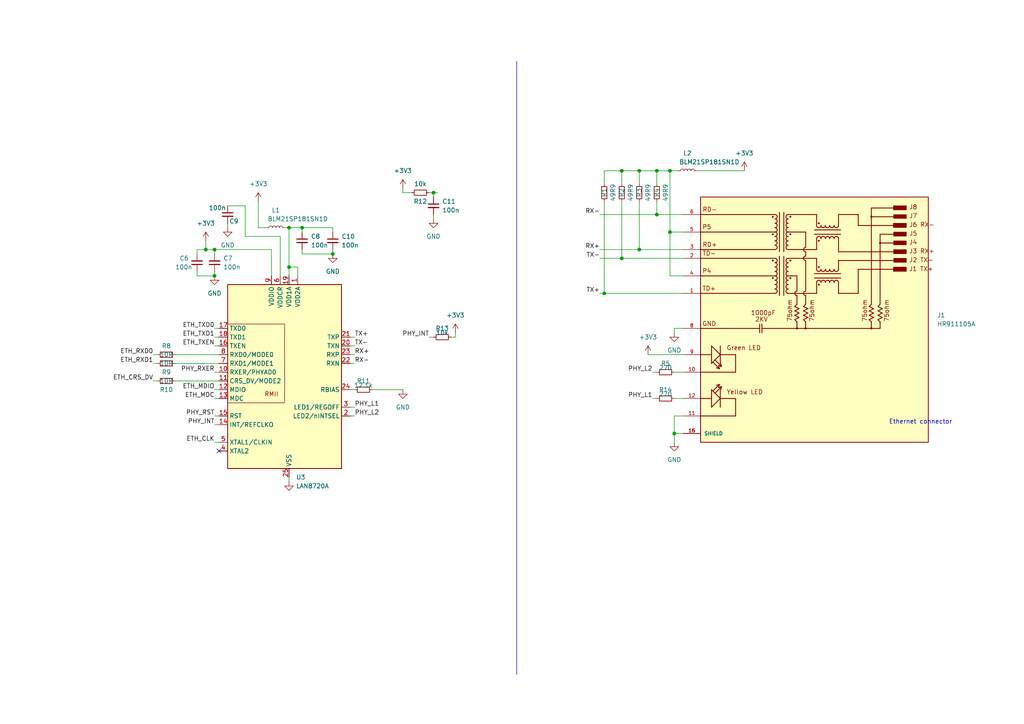
<source format=kicad_sch>
(kicad_sch (version 20250114) (generator "eeschema") (generator_version "9.0")
  (paper "A4")
  (title_block (comment 1 "http://www.vscp.org"))
  (lib_symbols
    (symbol "+3.3V_10" (power) (pin_names (offset 0))
      (property "Value" "+3.3V_10" (at 0 3.556 0))
      (symbol "+3.3V_10_0_1"
        (polyline (pts (xy -0.762 1.27) (xy 0 2.54)))
        (polyline (pts (xy 0 2.54) (xy 0.762 1.27)))
        (polyline (pts (xy 0 0) (xy 0 2.54)))
      )
      (symbol "+3.3V_10_1_1"
        (pin power_in line (at 0 0 90) (length 0) (hide yes) (name "+3V3") (number "1"))
      )
    )
    (symbol "+3.3V_2" (power) (pin_names (offset 0))
      (property "Value" "+3.3V_2" (at 0 3.556 0))
      (symbol "+3.3V_2_0_1"
        (polyline (pts (xy -0.762 1.27) (xy 0 2.54)))
        (polyline (pts (xy 0 2.54) (xy 0.762 1.27)))
        (polyline (pts (xy 0 0) (xy 0 2.54)))
      )
      (symbol "+3.3V_2_1_1"
        (pin power_in line (at 0 0 90) (length 0) (hide yes) (name "+3V3") (number "1"))
      )
    )
    (symbol "+3.3V_5" (power) (pin_names (offset 0))
      (property "Value" "+3.3V_5" (at 0 3.556 0))
      (symbol "+3.3V_5_0_1"
        (polyline (pts (xy -0.762 1.27) (xy 0 2.54)))
        (polyline (pts (xy 0 2.54) (xy 0.762 1.27)))
        (polyline (pts (xy 0 0) (xy 0 2.54)))
      )
      (symbol "+3.3V_5_1_1"
        (pin power_in line (at 0 0 90) (length 0) (hide yes) (name "+3V3") (number "1"))
      )
    )
    (symbol "+3.3V_7" (power) (pin_names (offset 0))
      (property "Value" "+3.3V_7" (at 0 3.556 0))
      (symbol "+3.3V_7_0_1"
        (polyline (pts (xy -0.762 1.27) (xy 0 2.54)))
        (polyline (pts (xy 0 2.54) (xy 0.762 1.27)))
        (polyline (pts (xy 0 0) (xy 0 2.54)))
      )
      (symbol "+3.3V_7_1_1"
        (pin power_in line (at 0 0 90) (length 0) (hide yes) (name "+3V3") (number "1"))
      )
    )
    (symbol "+3.3V_8" (power) (pin_names (offset 0))
      (property "Value" "+3.3V_8" (at 0 3.556 0))
      (symbol "+3.3V_8_0_1"
        (polyline (pts (xy -0.762 1.27) (xy 0 2.54)))
        (polyline (pts (xy 0 2.54) (xy 0.762 1.27)))
        (polyline (pts (xy 0 0) (xy 0 2.54)))
      )
      (symbol "+3.3V_8_1_1"
        (pin power_in line (at 0 0 90) (length 0) (hide yes) (name "+3V3") (number "1"))
      )
    )
    (symbol "+3.3V_9" (power) (pin_names (offset 0))
      (property "Value" "+3.3V_9" (at 0 3.556 0))
      (symbol "+3.3V_9_0_1"
        (polyline (pts (xy -0.762 1.27) (xy 0 2.54)))
        (polyline (pts (xy 0 2.54) (xy 0.762 1.27)))
        (polyline (pts (xy 0 0) (xy 0 2.54)))
      )
      (symbol "+3.3V_9_1_1"
        (pin power_in line (at 0 0 90) (length 0) (hide yes) (name "+3V3") (number "1"))
      )
    )
    (symbol "Device:C_Small" (pin_numbers (hide yes)) (pin_names (offset 0.254) (hide yes))
      (property "Reference" "C" (at 0.254 1.778 0))
      (property "Value" "C_Small" (at 0.254 -2.032 0))
      (symbol "C_Small_0_1"
        (polyline (pts (xy -1.524 0.508) (xy 1.524 0.508)) (stroke (width 0.3048)))
        (polyline (pts (xy -1.524 -0.508) (xy 1.524 -0.508)) (stroke (width 0.3302)))
      )
      (symbol "C_Small_1_1"
        (pin passive line (at 0 2.54 270) (length 2.032) (name "~") (number "1"))
        (pin passive line (at 0 -2.54 90) (length 2.032) (name "~") (number "2"))
      )
    )
    (symbol "Device:L_Small" (pin_numbers (hide yes)) (pin_names (offset 0.254) (hide yes))
      (property "Reference" "L" (at 0.762 1.016 0))
      (property "Value" "L_Small" (at 0.762 -1.016 0))
      (symbol "L_Small_0_1"
        (arc (start 0 2.032) (mid 0.5058 1.524) (end 0 1.016))
        (arc (start 0 1.016) (mid 0.5058 0.508) (end 0 0))
        (arc (start 0 0) (mid 0.5058 -0.508) (end 0 -1.016))
        (arc (start 0 -1.016) (mid 0.5058 -1.524) (end 0 -2.032))
      )
      (symbol "L_Small_1_1"
        (pin passive line (at 0 2.54 270) (length 0.508) (name "~") (number "1"))
        (pin passive line (at 0 -2.54 90) (length 0.508) (name "~") (number "2"))
      )
    )
    (symbol "Device:R_Small" (pin_numbers (hide yes)) (pin_names (offset 0.254) (hide yes))
      (property "Reference" "R" (at 0.762 0.508 0))
      (property "Value" "R_Small" (at 0.762 -1.016 0))
      (symbol "R_Small_0_1"
        (rectangle (start -0.762 1.778) (end 0.762 -1.778) (stroke (width 0.2032)))
      )
      (symbol "R_Small_1_1"
        (pin passive line (at 0 2.54 270) (length 0.762) (name "~") (number "1"))
        (pin passive line (at 0 -2.54 90) (length 0.762) (name "~") (number "2"))
      )
    )
    (symbol "GND_1" (power) (pin_names (offset 0))
      (property "Value" "GND_1" (at 0 -3.81 0))
      (symbol "GND_1_0_1"
        (polyline (pts (xy 0 0) (xy 0 -1.27) (xy 1.27 -1.27) (xy 0 -2.54) (xy -1.27 -1.27) (xy 0 -1.27)))
      )
      (symbol "GND_1_1_1"
        (pin power_in line (at 0 0 270) (length 0) (hide yes) (name "GND") (number "1"))
      )
    )
    (symbol "GND_11" (power) (pin_names (offset 0))
      (property "Value" "GND_11" (at 0 -3.81 0))
      (symbol "GND_11_0_1"
        (polyline (pts (xy 0 0) (xy 0 -1.27) (xy 1.27 -1.27) (xy 0 -2.54) (xy -1.27 -1.27) (xy 0 -1.27)))
      )
      (symbol "GND_11_1_1"
        (pin power_in line (at 0 0 270) (length 0) (hide yes) (name "GND") (number "1"))
      )
    )
    (symbol "GND_13" (power) (pin_names (offset 0))
      (property "Value" "GND_13" (at 0 -3.81 0))
      (symbol "GND_13_0_1"
        (polyline (pts (xy 0 0) (xy 0 -1.27) (xy 1.27 -1.27) (xy 0 -2.54) (xy -1.27 -1.27) (xy 0 -1.27)))
      )
      (symbol "GND_13_1_1"
        (pin power_in line (at 0 0 270) (length 0) (hide yes) (name "GND") (number "1"))
      )
    )
    (symbol "GND_15" (power) (pin_names (offset 0))
      (property "Value" "GND_15" (at 0 -3.81 0))
      (symbol "GND_15_0_1"
        (polyline (pts (xy 0 0) (xy 0 -1.27) (xy 1.27 -1.27) (xy 0 -2.54) (xy -1.27 -1.27) (xy 0 -1.27)))
      )
      (symbol "GND_15_1_1"
        (pin power_in line (at 0 0 270) (length 0) (hide yes) (name "GND") (number "1"))
      )
    )
    (symbol "GND_16" (power) (pin_names (offset 0))
      (property "Value" "GND_16" (at 0 -3.81 0))
      (symbol "GND_16_0_1"
        (polyline (pts (xy 0 0) (xy 0 -1.27) (xy 1.27 -1.27) (xy 0 -2.54) (xy -1.27 -1.27) (xy 0 -1.27)))
      )
      (symbol "GND_16_1_1"
        (pin power_in line (at 0 0 270) (length 0) (hide yes) (name "GND") (number "1"))
      )
    )
    (symbol "GND_4" (power) (pin_names (offset 0))
      (property "Value" "GND_4" (at 0 -3.81 0))
      (symbol "GND_4_0_1"
        (polyline (pts (xy 0 0) (xy 0 -1.27) (xy 1.27 -1.27) (xy 0 -2.54) (xy -1.27 -1.27) (xy 0 -1.27)))
      )
      (symbol "GND_4_1_1"
        (pin power_in line (at 0 0 270) (length 0) (hide yes) (name "GND") (number "1"))
      )
    )
    (symbol "GND_6" (power) (pin_names (offset 0))
      (property "Value" "GND_6" (at 0 -3.81 0))
      (symbol "GND_6_0_1"
        (polyline (pts (xy 0 0) (xy 0 -1.27) (xy 1.27 -1.27) (xy 0 -2.54) (xy -1.27 -1.27) (xy 0 -1.27)))
      )
      (symbol "GND_6_1_1"
        (pin power_in line (at 0 0 270) (length 0) (hide yes) (name "GND") (number "1"))
      )
    )
    (symbol "HR911105A:HR911105A" (pin_names (offset 1.016))
      (property "Reference" "J" (at -33.1724 36.2458 0))
      (property "Value" "HR911105A" (at -33.1216 -38.227 0))
      (symbol "HR911105A_0_0"
        (polyline (pts (xy -33.02 20.32) (xy -11.43 20.32)) (stroke (width 0.254)))
        (polyline (pts (xy -33.02 12.7) (xy -11.43 12.7)) (stroke (width 0.254)))
        (polyline (pts (xy -33.02 -15.24) (xy -22.86 -15.24)) (stroke (width 0.254)))
        (polyline (pts (xy -33.02 -27.94) (xy -22.86 -27.94)) (stroke (width 0.254)))
        (rectangle (start -33.02 -35.56) (end 33.02 35.56) (stroke (width 0.254)) (fill (type background)))
        (polyline (pts (xy -29.845 -7.62) (xy -27.305 -10.16)) (stroke (width 0.254)))
        (polyline (pts (xy -29.845 -10.16) (xy -33.02 -10.16)) (stroke (width 0.254)))
        (polyline (pts (xy -29.845 -10.16) (xy -29.845 -7.62)) (stroke (width 0.254)))
        (polyline (pts (xy -29.845 -12.7) (xy -29.845 -10.16)) (stroke (width 0.254)))
        (polyline (pts (xy -29.845 -20.32) (xy -29.845 -22.86)) (stroke (width 0.254)))
        (polyline (pts (xy -29.845 -22.86) (xy -33.02 -22.86)) (stroke (width 0.254)))
        (polyline (pts (xy -29.845 -22.86) (xy -29.845 -25.4)) (stroke (width 0.254)))
        (polyline (pts (xy -29.845 -25.4) (xy -27.305 -22.86)) (stroke (width 0.254)))
        (polyline (pts (xy -29.464 -12.319) (xy -29.845 -12.7)) (stroke (width 0.254)))
        (polyline (pts (xy -29.464 -12.319) (xy -27.559 -14.224)) (stroke (width 0.254)))
        (polyline (pts (xy -29.464 -20.701) (xy -29.845 -20.32)) (stroke (width 0.254)))
        (polyline (pts (xy -29.464 -20.701) (xy -27.559 -18.796)) (stroke (width 0.254)))
        (polyline (pts (xy -28.829 -11.684) (xy -29.464 -12.319)) (stroke (width 0.254)))
        (polyline (pts (xy -28.829 -11.684) (xy -26.924 -13.589)) (stroke (width 0.254)))
        (polyline (pts (xy -28.829 -21.336) (xy -29.464 -20.701)) (stroke (width 0.254)))
        (polyline (pts (xy -28.829 -21.336) (xy -26.924 -19.431)) (stroke (width 0.254)))
        (polyline (pts (xy -27.559 -14.224) (xy -28.448 -13.97)) (stroke (width 0.254)))
        (polyline (pts (xy -27.559 -14.224) (xy -27.813 -13.335)) (stroke (width 0.254)))
        (polyline (pts (xy -27.559 -18.796) (xy -28.448 -19.05)) (stroke (width 0.254)))
        (polyline (pts (xy -27.559 -18.796) (xy -27.813 -19.685)) (stroke (width 0.254)))
        (polyline (pts (xy -27.305 -10.16) (xy -28.829 -11.684)) (stroke (width 0.254)))
        (polyline (pts (xy -27.305 -10.16) (xy -27.305 -7.62)) (stroke (width 0.254)))
        (polyline (pts (xy -27.305 -10.16) (xy -22.86 -10.16)) (stroke (width 0.254)))
        (polyline (pts (xy -27.305 -12.7) (xy -27.305 -10.16)) (stroke (width 0.254)))
        (polyline (pts (xy -27.305 -20.32) (xy -27.305 -22.86)) (stroke (width 0.254)))
        (polyline (pts (xy -27.305 -22.86) (xy -28.829 -21.336)) (stroke (width 0.254)))
        (polyline (pts (xy -27.305 -22.86) (xy -27.305 -25.4)) (stroke (width 0.254)))
        (polyline (pts (xy -27.305 -22.86) (xy -22.86 -22.86)) (stroke (width 0.254)))
        (polyline (pts (xy -26.924 -13.589) (xy -27.813 -13.335)) (stroke (width 0.254)))
        (polyline (pts (xy -26.924 -13.589) (xy -27.178 -12.7)) (stroke (width 0.254)))
        (polyline (pts (xy -26.924 -19.431) (xy -27.813 -19.685)) (stroke (width 0.254)))
        (polyline (pts (xy -26.924 -19.431) (xy -27.178 -20.32)) (stroke (width 0.254)))
        (polyline (pts (xy -22.86 -15.24) (xy -22.86 -10.16)) (stroke (width 0.254)))
        (polyline (pts (xy -22.86 -27.94) (xy -22.86 -22.86)) (stroke (width 0.254)))
        (polyline (pts (xy -15.875 -1.27) (xy -15.875 -2.54)) (stroke (width 0.254)))
        (polyline (pts (xy -15.875 -2.54) (xy -33.02 -2.54)) (stroke (width 0.254)))
        (polyline (pts (xy -15.875 -2.54) (xy -15.875 -3.81)) (stroke (width 0.254)))
        (polyline (pts (xy -15.24 -2.54) (xy -15.24 -1.27)) (stroke (width 0.254)))
        (polyline (pts (xy -15.24 -2.54) (xy -15.24 -3.81)) (stroke (width 0.254)))
        (circle (center -12.065 29.845) (radius 0.1524) (stroke (width 0.254)))
        (circle (center -12.065 24.765) (radius 0.1524) (stroke (width 0.254)))
        (circle (center -12.065 17.145) (radius 0.1524) (stroke (width 0.254)))
        (circle (center -12.065 12.065) (radius 0.1524) (stroke (width 0.254)))
        (arc (start -10.795 22.225) (mid -11.0269 21.8219) (end -11.43 21.59) (stroke (width 0.254)))
        (arc (start -10.795 9.525) (mid -11.0269 9.1219) (end -11.43 8.89) (stroke (width 0.254)))
        (polyline (pts (xy -11.43 30.48) (xy -33.02 30.48)) (stroke (width 0.254)))
        (arc (start -11.43 30.48) (mid -10.981 30.294) (end -10.795 29.845) (stroke (width 0.254)))
        (arc (start -10.795 29.845) (mid -10.981 29.396) (end -11.43 29.21) (stroke (width 0.254)))
        (arc (start -11.43 29.21) (mid -10.981 29.024) (end -10.795 28.575) (stroke (width 0.254)))
        (arc (start -10.795 28.575) (mid -10.981 28.126) (end -11.43 27.94) (stroke (width 0.254)))
        (arc (start -11.43 27.94) (mid -10.981 27.754) (end -10.795 27.305) (stroke (width 0.254)))
        (arc (start -10.795 27.305) (mid -10.981 26.856) (end -11.43 26.67) (stroke (width 0.254)))
        (arc (start -11.43 26.67) (mid -10.981 26.484) (end -10.795 26.035) (stroke (width 0.254)))
        (arc (start -10.795 26.035) (mid -10.981 25.586) (end -11.43 25.4) (stroke (width 0.254)))
        (polyline (pts (xy -11.43 25.4) (xy -33.02 25.4)) (stroke (width 0.254)))
        (arc (start -11.43 25.4) (mid -10.981 25.214) (end -10.795 24.765) (stroke (width 0.254)))
        (arc (start -10.795 24.765) (mid -10.981 24.316) (end -11.43 24.13) (stroke (width 0.254)))
        (arc (start -11.43 24.13) (mid -10.981 23.944) (end -10.795 23.495) (stroke (width 0.254)))
        (arc (start -10.795 23.495) (mid -10.981 23.046) (end -11.43 22.86) (stroke (width 0.254)))
        (arc (start -11.43 22.86) (mid -10.981 22.674) (end -10.795 22.225) (stroke (width 0.254)))
        (arc (start -11.43 21.59) (mid -10.981 21.404) (end -10.795 20.955) (stroke (width 0.254)))
        (arc (start -10.795 20.955) (mid -10.981 20.506) (end -11.43 20.32) (stroke (width 0.254)))
        (polyline (pts (xy -11.43 17.78) (xy -33.02 17.78)) (stroke (width 0.254)))
        (arc (start -11.43 17.78) (mid -10.981 17.594) (end -10.795 17.145) (stroke (width 0.254)))
        (arc (start -10.795 17.145) (mid -10.981 16.696) (end -11.43 16.51) (stroke (width 0.254)))
        (arc (start -11.43 16.51) (mid -10.981 16.324) (end -10.795 15.875) (stroke (width 0.254)))
        (arc (start -10.795 15.875) (mid -10.981 15.426) (end -11.43 15.24) (stroke (width 0.254)))
        (arc (start -11.43 15.24) (mid -10.981 15.054) (end -10.795 14.605) (stroke (width 0.254)))
        (arc (start -10.795 14.605) (mid -10.981 14.156) (end -11.43 13.97) (stroke (width 0.254)))
        (arc (start -11.43 13.97) (mid -10.981 13.784) (end -10.795 13.335) (stroke (width 0.254)))
        (arc (start -10.795 13.335) (mid -10.981 12.886) (end -11.43 12.7) (stroke (width 0.254)))
        (arc (start -11.43 12.7) (mid -10.981 12.514) (end -10.795 12.065) (stroke (width 0.254)))
        (arc (start -10.795 12.065) (mid -10.981 11.616) (end -11.43 11.43) (stroke (width 0.254)))
        (arc (start -11.43 11.43) (mid -10.981 11.244) (end -10.795 10.795) (stroke (width 0.254)))
        (arc (start -10.795 10.795) (mid -10.981 10.346) (end -11.43 10.16) (stroke (width 0.254)))
        (arc (start -11.43 10.16) (mid -10.981 9.974) (end -10.795 9.525) (stroke (width 0.254)))
        (arc (start -11.43 8.89) (mid -10.981 8.704) (end -10.795 8.255) (stroke (width 0.254)))
        (arc (start -10.795 8.255) (mid -10.981 7.806) (end -11.43 7.62) (stroke (width 0.254)))
        (polyline (pts (xy -11.43 7.62) (xy -33.02 7.62)) (stroke (width 0.254)))
        (polyline (pts (xy -10.16 31.115) (xy -10.16 19.685)) (stroke (width 0.254)))
        (polyline (pts (xy -10.16 18.415) (xy -10.16 6.985)) (stroke (width 0.254)))
        (polyline (pts (xy -8.89 31.115) (xy -8.89 19.685)) (stroke (width 0.254)))
        (polyline (pts (xy -8.89 18.415) (xy -8.89 6.985)) (stroke (width 0.254)))
        (arc (start -8.255 29.845) (mid -8.069 30.294) (end -7.62 30.48) (stroke (width 0.254)))
        (arc (start -7.62 29.21) (mid -8.069 29.396) (end -8.255 29.845) (stroke (width 0.254)))
        (arc (start -7.62 27.94) (mid -8.069 28.126) (end -8.255 28.575) (stroke (width 0.254)))
        (arc (start -8.255 27.305) (mid -8.069 27.754) (end -7.62 27.94) (stroke (width 0.254)))
        (arc (start -7.62 26.67) (mid -8.069 26.856) (end -8.255 27.305) (stroke (width 0.254)))
        (arc (start -8.255 26.035) (mid -8.069 26.484) (end -7.62 26.67) (stroke (width 0.254)))
        (arc (start -7.62 25.4) (mid -8.069 25.586) (end -8.255 26.035) (stroke (width 0.254)))
        (polyline (pts (xy -7.62 25.4) (xy -2.54 25.4)) (stroke (width 0.254)))
        (arc (start -8.255 24.765) (mid -8.069 25.214) (end -7.62 25.4) (stroke (width 0.254)))
        (arc (start -7.62 24.13) (mid -8.069 24.316) (end -8.255 24.765) (stroke (width 0.254)))
        (arc (start -8.255 23.495) (mid -8.069 23.944) (end -7.62 24.13) (stroke (width 0.254)))
        (arc (start -7.62 22.86) (mid -8.069 23.046) (end -8.255 23.495) (stroke (width 0.254)))
        (arc (start -8.255 22.225) (mid -8.069 22.674) (end -7.62 22.86) (stroke (width 0.254)))
        (arc (start -7.62 21.59) (mid -8.069 21.776) (end -8.255 22.225) (stroke (width 0.254)))
        (arc (start -8.255 20.955) (mid -8.069 21.404) (end -7.62 21.59) (stroke (width 0.254)))
        (arc (start -7.62 20.32) (mid -8.069 20.506) (end -8.255 20.955) (stroke (width 0.254)))
        (polyline (pts (xy -7.62 20.32) (xy -3.175 20.32)) (stroke (width 0.254)))
        (arc (start -8.255 17.145) (mid -8.069 17.594) (end -7.62 17.78) (stroke (width 0.254)))
        (arc (start -7.62 16.51) (mid -8.069 16.696) (end -8.255 17.145) (stroke (width 0.254)))
        (arc (start -7.62 15.24) (mid -8.069 15.426) (end -8.255 15.875) (stroke (width 0.254)))
        (arc (start -8.255 14.605) (mid -8.069 15.054) (end -7.62 15.24) (stroke (width 0.254)))
        (arc (start -7.62 13.97) (mid -8.069 14.156) (end -8.255 14.605) (stroke (width 0.254)))
        (arc (start -8.255 13.335) (mid -8.069 13.784) (end -7.62 13.97) (stroke (width 0.254)))
        (arc (start -7.62 12.7) (mid -8.069 12.886) (end -8.255 13.335) (stroke (width 0.254)))
        (arc (start -8.255 12.065) (mid -8.069 12.514) (end -7.62 12.7) (stroke (width 0.254)))
        (arc (start -7.62 11.43) (mid -8.069 11.616) (end -8.255 12.065) (stroke (width 0.254)))
        (arc (start -8.255 10.795) (mid -8.069 11.244) (end -7.62 11.43) (stroke (width 0.254)))
        (arc (start -7.62 10.16) (mid -8.069 10.346) (end -8.255 10.795) (stroke (width 0.254)))
        (arc (start -8.255 9.525) (mid -8.069 9.974) (end -7.62 10.16) (stroke (width 0.254)))
        (arc (start -7.62 8.89) (mid -8.069 9.076) (end -8.255 9.525) (stroke (width 0.254)))
        (arc (start -8.255 8.255) (mid -8.069 8.704) (end -7.62 8.89) (stroke (width 0.254)))
        (arc (start -7.62 7.62) (mid -8.069 7.806) (end -8.255 8.255) (stroke (width 0.254)))
        (polyline (pts (xy -7.62 7.62) (xy -5.715 7.62)) (stroke (width 0.254)))
        (arc (start -8.255 28.575) (mid -8.0231 28.9781) (end -7.62 29.21) (stroke (width 0.254)))
        (arc (start -8.255 15.875) (mid -8.0231 16.2781) (end -7.62 16.51) (stroke (width 0.254)))
        (circle (center -6.985 29.845) (radius 0.1524) (stroke (width 0.254)))
        (circle (center -6.985 24.765) (radius 0.1524) (stroke (width 0.254)))
        (circle (center -6.985 17.145) (radius 0.1524) (stroke (width 0.254)))
        (circle (center -6.985 12.065) (radius 0.1524) (stroke (width 0.254)))
        (polyline (pts (xy -5.715 7.62) (xy -3.175 7.62)) (stroke (width 0.254)))
        (polyline (pts (xy -5.715 3.81) (xy -4.445 3.175)) (stroke (width 0.254)))
        (polyline (pts (xy -5.715 2.54) (xy -4.445 1.905)) (stroke (width 0.254)))
        (polyline (pts (xy -5.715 1.27) (xy -4.445 0.635)) (stroke (width 0.254)))
        (polyline (pts (xy -5.715 0) (xy -5.08 -0.635)) (stroke (width 0.254)))
        (polyline (pts (xy -5.08 12.7) (xy -7.62 12.7)) (stroke (width 0.254)))
        (polyline (pts (xy -5.08 8.255) (xy -5.08 12.7)) (stroke (width 0.254)))
        (arc (start -5.715 7.62) (mid -5.529 8.069) (end -5.08 8.255) (stroke (width 0.254)))
        (arc (start -5.08 6.985) (mid -5.529 7.171) (end -5.715 7.62) (stroke (width 0.254)))
        (polyline (pts (xy -5.08 6.985) (xy -5.08 4.445)) (stroke (width 0.254)))
        (polyline (pts (xy -5.08 4.445) (xy -5.715 3.81)) (stroke (width 0.254)))
        (polyline (pts (xy -5.08 -0.635) (xy -5.08 -2.54)) (stroke (width 0.254)))
        (circle (center -5.08 -2.54) (radius 0.1778) (stroke (width 0.254)))
        (polyline (pts (xy -5.08 -2.54) (xy -15.24 -2.54)) (stroke (width 0.254)))
        (polyline (pts (xy -4.445 3.175) (xy -5.715 2.54)) (stroke (width 0.254)))
        (polyline (pts (xy -4.445 1.905) (xy -5.715 1.27)) (stroke (width 0.254)))
        (polyline (pts (xy -4.445 0.635) (xy -5.715 0)) (stroke (width 0.254)))
        (polyline (pts (xy -3.175 20.32) (xy 0.635 20.32)) (stroke (width 0.254)))
        (polyline (pts (xy -3.175 17.78) (xy -7.62 17.78)) (stroke (width 0.254)))
        (polyline (pts (xy -3.175 7.62) (xy 0.635 7.62)) (stroke (width 0.254)))
        (polyline (pts (xy -3.175 3.81) (xy -1.905 3.175)) (stroke (width 0.254)))
        (polyline (pts (xy -3.175 2.54) (xy -1.905 1.905)) (stroke (width 0.254)))
        (polyline (pts (xy -3.175 1.27) (xy -1.905 0.635)) (stroke (width 0.254)))
        (polyline (pts (xy -3.175 0) (xy -2.54 -0.635)) (stroke (width 0.254)))
        (polyline (pts (xy -2.54 25.4) (xy -2.54 20.955)) (stroke (width 0.254)))
        (arc (start -3.175 20.32) (mid -2.989 20.769) (end -2.54 20.955) (stroke (width 0.254)))
        (arc (start -2.54 19.685) (mid -2.989 19.871) (end -3.175 20.32) (stroke (width 0.254)))
        (polyline (pts (xy -2.54 19.685) (xy -2.54 18.415)) (stroke (width 0.254)))
        (arc (start -3.175 17.78) (mid -2.989 18.229) (end -2.54 18.415) (stroke (width 0.254)))
        (arc (start -2.54 17.145) (mid -2.989 17.331) (end -3.175 17.78) (stroke (width 0.254)))
        (polyline (pts (xy -2.54 17.145) (xy -2.54 8.255)) (stroke (width 0.254)))
        (arc (start -3.175 7.62) (mid -2.989 8.069) (end -2.54 8.255) (stroke (width 0.254)))
        (arc (start -2.54 6.985) (mid -2.989 7.171) (end -3.175 7.62) (stroke (width 0.254)))
        (polyline (pts (xy -2.54 6.985) (xy -2.54 4.445)) (stroke (width 0.254)))
        (polyline (pts (xy -2.54 4.445) (xy -3.175 3.81)) (stroke (width 0.254)))
        (polyline (pts (xy -2.54 -0.635) (xy -2.54 -2.54)) (stroke (width 0.254)))
        (circle (center -2.54 -2.54) (radius 0.1778) (stroke (width 0.254)))
        (polyline (pts (xy -1.905 3.175) (xy -3.175 2.54)) (stroke (width 0.254)))
        (polyline (pts (xy -1.905 1.905) (xy -3.175 1.27)) (stroke (width 0.254)))
        (polyline (pts (xy -1.905 0.635) (xy -3.175 0)) (stroke (width 0.254)))
        (polyline (pts (xy 0 26.035) (xy 7.62 26.035)) (stroke (width 0.254)))
        (polyline (pts (xy 0 24.765) (xy 7.62 24.765)) (stroke (width 0.254)))
        (polyline (pts (xy 0 13.335) (xy 7.62 13.335)) (stroke (width 0.254)))
        (polyline (pts (xy 0 12.065) (xy 7.62 12.065)) (stroke (width 0.254)))
        (polyline (pts (xy 0.635 30.48) (xy -7.62 30.48)) (stroke (width 0.254)))
        (polyline (pts (xy 0.635 27.305) (xy 0.635 30.48)) (stroke (width 0.254)))
        (polyline (pts (xy 0.635 20.32) (xy 0.635 23.495)) (stroke (width 0.254)))
        (polyline (pts (xy 0.635 17.78) (xy -3.175 17.78)) (stroke (width 0.254)))
        (polyline (pts (xy 0.635 14.605) (xy 0.635 17.78)) (stroke (width 0.254)))
        (polyline (pts (xy 0.635 7.62) (xy 0.635 10.795)) (stroke (width 0.254)))
        (circle (center 1.27 27.94) (radius 0.1524) (stroke (width 0.254)))
        (arc (start 1.27 26.67) (mid 0.821 26.856) (end 0.635 27.305) (stroke (width 0.254)))
        (arc (start 1.905 27.305) (mid 1.719 26.856) (end 1.27 26.67) (stroke (width 0.254)))
        (arc (start 0.635 23.495) (mid 0.821 23.944) (end 1.27 24.13) (stroke (width 0.254)))
        (arc (start 1.27 24.13) (mid 1.719 23.944) (end 1.905 23.495) (stroke (width 0.254)))
        (circle (center 1.27 22.86) (radius 0.1524) (stroke (width 0.254)))
        (circle (center 1.27 15.24) (radius 0.1524) (stroke (width 0.254)))
        (arc (start 1.27 13.97) (mid 0.821 14.156) (end 0.635 14.605) (stroke (width 0.254)))
        (arc (start 1.905 14.605) (mid 1.719 14.156) (end 1.27 13.97) (stroke (width 0.254)))
        (arc (start 0.635 10.795) (mid 0.821 11.244) (end 1.27 11.43) (stroke (width 0.254)))
        (arc (start 1.27 11.43) (mid 1.719 11.244) (end 1.905 10.795) (stroke (width 0.254)))
        (circle (center 1.27 10.16) (radius 0.1524) (stroke (width 0.254)))
        (arc (start 2.54 26.67) (mid 2.091 26.856) (end 1.905 27.305) (stroke (width 0.254)))
        (arc (start 3.175 27.305) (mid 2.989 26.856) (end 2.54 26.67) (stroke (width 0.254)))
        (arc (start 1.905 23.495) (mid 2.091 23.944) (end 2.54 24.13) (stroke (width 0.254)))
        (arc (start 2.54 24.13) (mid 2.989 23.944) (end 3.175 23.495) (stroke (width 0.254)))
        (arc (start 2.54 13.97) (mid 2.091 14.156) (end 1.905 14.605) (stroke (width 0.254)))
        (arc (start 3.175 14.605) (mid 2.989 14.156) (end 2.54 13.97) (stroke (width 0.254)))
        (arc (start 1.905 10.795) (mid 2.091 11.244) (end 2.54 11.43) (stroke (width 0.254)))
        (arc (start 2.54 11.43) (mid 2.989 11.244) (end 3.175 10.795) (stroke (width 0.254)))
        (arc (start 3.81 26.67) (mid 3.361 26.856) (end 3.175 27.305) (stroke (width 0.254)))
        (arc (start 4.445 27.305) (mid 4.259 26.856) (end 3.81 26.67) (stroke (width 0.254)))
        (arc (start 3.175 23.495) (mid 3.361 23.944) (end 3.81 24.13) (stroke (width 0.254)))
        (arc (start 3.81 24.13) (mid 4.259 23.944) (end 4.445 23.495) (stroke (width 0.254)))
        (arc (start 3.81 13.97) (mid 3.361 14.156) (end 3.175 14.605) (stroke (width 0.254)))
        (arc (start 4.445 14.605) (mid 4.259 14.156) (end 3.81 13.97) (stroke (width 0.254)))
        (arc (start 3.175 10.795) (mid 3.361 11.244) (end 3.81 11.43) (stroke (width 0.254)))
        (arc (start 3.81 11.43) (mid 4.259 11.244) (end 4.445 10.795) (stroke (width 0.254)))
        (arc (start 5.715 27.305) (mid 5.5273 26.8592) (end 5.08 26.67) (stroke (width 0.254)))
        (arc (start 5.715 14.605) (mid 5.5273 14.1592) (end 5.08 13.97) (stroke (width 0.254)))
        (arc (start 5.08 26.67) (mid 4.631 26.856) (end 4.445 27.305) (stroke (width 0.254)))
        (arc (start 5.08 24.13) (mid 5.529 23.944) (end 5.715 23.495) (stroke (width 0.254)))
        (arc (start 5.08 13.97) (mid 4.631 14.156) (end 4.445 14.605) (stroke (width 0.254)))
        (arc (start 5.08 11.43) (mid 5.529 11.244) (end 5.715 10.795) (stroke (width 0.254)))
        (arc (start 4.445 23.495) (mid 4.6327 23.9408) (end 5.08 24.13) (stroke (width 0.254)))
        (arc (start 4.445 10.795) (mid 4.6327 11.2408) (end 5.08 11.43) (stroke (width 0.254)))
        (arc (start 6.985 27.305) (mid 6.7973 26.8592) (end 6.35 26.67) (stroke (width 0.254)))
        (arc (start 6.985 14.605) (mid 6.7973 14.1592) (end 6.35 13.97) (stroke (width 0.254)))
        (arc (start 6.35 26.67) (mid 5.901 26.856) (end 5.715 27.305) (stroke (width 0.254)))
        (arc (start 6.35 24.13) (mid 6.799 23.944) (end 6.985 23.495) (stroke (width 0.254)))
        (arc (start 6.35 13.97) (mid 5.901 14.156) (end 5.715 14.605) (stroke (width 0.254)))
        (arc (start 6.35 11.43) (mid 6.799 11.244) (end 6.985 10.795) (stroke (width 0.254)))
        (arc (start 5.715 23.495) (mid 5.9027 23.9408) (end 6.35 24.13) (stroke (width 0.254)))
        (arc (start 5.715 10.795) (mid 5.9027 11.2408) (end 6.35 11.43) (stroke (width 0.254)))
        (polyline (pts (xy 6.985 30.48) (xy 6.985 27.305)) (stroke (width 0.254)))
        (polyline (pts (xy 6.985 23.495) (xy 6.985 19.685)) (stroke (width 0.254)))
        (polyline (pts (xy 6.985 17.145) (xy 6.985 14.605)) (stroke (width 0.254)))
        (polyline (pts (xy 6.985 10.795) (xy 6.985 7.62)) (stroke (width 0.254)))
        (polyline (pts (xy 12.7 30.48) (xy 6.985 30.48)) (stroke (width 0.254)))
        (polyline (pts (xy 12.7 27.305) (xy 12.7 30.48)) (stroke (width 0.254)))
        (polyline (pts (xy 12.7 14.605) (xy 12.7 7.62)) (stroke (width 0.254)))
        (polyline (pts (xy 12.7 7.62) (xy 6.985 7.62)) (stroke (width 0.254)))
        (polyline (pts (xy 15.875 3.81) (xy 17.145 3.175)) (stroke (width 0.254)))
        (polyline (pts (xy 15.875 2.54) (xy 17.145 1.905)) (stroke (width 0.254)))
        (polyline (pts (xy 15.875 1.27) (xy 17.145 0.635)) (stroke (width 0.254)))
        (polyline (pts (xy 15.875 0) (xy 16.51 -0.635)) (stroke (width 0.254)))
        (polyline (pts (xy 16.51 32.385) (xy 16.51 29.845)) (stroke (width 0.254)))
        (polyline (pts (xy 16.51 29.845) (xy 16.51 4.445)) (stroke (width 0.254)))
        (polyline (pts (xy 16.51 29.845) (xy 23.495 29.845)) (stroke (width 0.254)))
        (circle (center 16.51 29.845) (radius 0.1778) (stroke (width 0.254)))
        (polyline (pts (xy 16.51 4.445) (xy 15.875 3.81)) (stroke (width 0.254)))
        (polyline (pts (xy 16.51 -0.635) (xy 16.51 -2.54)) (stroke (width 0.254)))
        (circle (center 16.51 -2.54) (radius 0.1778) (stroke (width 0.254)))
        (polyline (pts (xy 17.145 3.175) (xy 15.875 2.54)) (stroke (width 0.254)))
        (polyline (pts (xy 17.145 1.905) (xy 15.875 1.27)) (stroke (width 0.254)))
        (polyline (pts (xy 17.145 0.635) (xy 15.875 0)) (stroke (width 0.254)))
        (polyline (pts (xy 18.415 3.81) (xy 19.685 3.175)) (stroke (width 0.254)))
        (polyline (pts (xy 18.415 2.54) (xy 19.685 1.905)) (stroke (width 0.254)))
        (polyline (pts (xy 18.415 1.27) (xy 19.685 0.635)) (stroke (width 0.254)))
        (polyline (pts (xy 18.415 0) (xy 19.05 -0.635)) (stroke (width 0.254)))
        (polyline (pts (xy 19.05 24.765) (xy 19.05 22.225)) (stroke (width 0.254)))
        (polyline (pts (xy 19.05 22.225) (xy 19.05 4.445)) (stroke (width 0.254)))
        (polyline (pts (xy 19.05 22.225) (xy 23.495 22.225)) (stroke (width 0.254)))
        (circle (center 19.05 22.225) (radius 0.1778) (stroke (width 0.254)))
        (polyline (pts (xy 19.05 4.445) (xy 18.415 3.81)) (stroke (width 0.254)))
        (polyline (pts (xy 19.05 -0.635) (xy 19.05 -2.54)) (stroke (width 0.254)))
        (polyline (pts (xy 19.05 -2.54) (xy -5.08 -2.54)) (stroke (width 0.254)))
        (polyline (pts (xy 19.685 3.175) (xy 18.415 2.54)) (stroke (width 0.254)))
        (polyline (pts (xy 19.685 1.905) (xy 18.415 1.27)) (stroke (width 0.254)))
        (polyline (pts (xy 19.685 0.635) (xy 18.415 0)) (stroke (width 0.254)))
        (rectangle (start 22.8854 26.7208) (end 26.67 27.94) (fill (type outline)))
        (rectangle (start 22.9108 31.8262) (end 26.67 33.02) (fill (type outline)))
        (rectangle (start 22.9108 13.9954) (end 26.67 15.24) (fill (type outline)))
        (rectangle (start 22.9616 24.2316) (end 26.67 25.4) (fill (type outline)))
        (rectangle (start 22.9616 21.6916) (end 26.6446 22.8346) (fill (type outline)))
        (rectangle (start 22.9616 19.1262) (end 26.67 20.32) (fill (type outline)))
        (rectangle (start 22.987 29.3624) (end 26.67 30.4546) (fill (type outline)))
        (rectangle (start 23.0124 16.6116) (end 26.67 17.78) (fill (type outline)))
        (polyline (pts (xy 23.495 32.385) (xy 16.51 32.385)) (stroke (width 0.254)))
        (polyline (pts (xy 23.495 27.305) (xy 12.7 27.305)) (stroke (width 0.254)))
        (polyline (pts (xy 23.495 24.765) (xy 19.05 24.765)) (stroke (width 0.254)))
        (polyline (pts (xy 23.495 19.685) (xy 6.985 19.685)) (stroke (width 0.254)))
        (polyline (pts (xy 23.495 17.145) (xy 6.985 17.145)) (stroke (width 0.254)))
        (polyline (pts (xy 23.495 14.605) (xy 12.7 14.605)) (stroke (width 0.254)))
        (text "TD+" (at -32.5628 8.3058 0) (effects (font (size 1.27 1.27)) (justify left bottom)))
        (text "P5" (at -32.5374 26.162 0) (effects (font (size 1.27 1.27)) (justify left bottom)))
        (text "P4" (at -32.5374 13.4112 0) (effects (font (size 1.27 1.27)) (justify left bottom)))
        (text "GND" (at -32.5374 -1.905 0) (effects (font (size 1.27 1.27)) (justify left bottom)))
        (text "TD-" (at -32.512 18.4912 0) (effects (font (size 1.27 1.27)) (justify left bottom)))
        (text "RD-" (at -32.4866 31.2166 0) (effects (font (size 1.27 1.27)) (justify left bottom)))
        (text "RD+" (at -32.4866 21.0312 0) (effects (font (size 1.27 1.27)) (justify left bottom)))
        (text "Yellow LED" (at -25.527 -21.717 0) (effects (font (size 1.27 1.27)) (justify left bottom)))
        (text "Green LED" (at -25.5016 -8.9154 0) (effects (font (size 1.27 1.27)) (justify left bottom)))
        (text "1000pF" (at -18.4912 1.2446 0) (effects (font (size 1.27 1.27)) (justify left bottom)))
        (text "2KV" (at -17.2212 -0.6604 0) (effects (font (size 1.27 1.27)) (justify left bottom)))
        (text "75ohm" (at -6.4008 -0.6604 900) (effects (font (size 1.27 1.27)) (justify left bottom)))
        (text "75ohm" (at 0 -0.6604 900) (effects (font (size 1.27 1.27)) (justify left bottom)))
        (text "75ohm" (at 15.3416 -0.6604 900) (effects (font (size 1.27 1.27)) (justify left bottom)))
        (text "75ohm" (at 21.6916 -0.6604 900) (effects (font (size 1.27 1.27)) (justify left bottom)))
        (text "J1 TX+" (at 27.432 13.9954 0) (effects (font (size 1.27 1.27)) (justify left bottom)))
        (text "J8" (at 27.4574 31.9278 0) (effects (font (size 1.27 1.27)) (justify left bottom)))
        (text "J7" (at 27.4574 29.3624 0) (effects (font (size 1.27 1.27)) (justify left bottom)))
        (text "J6 RX-" (at 27.4574 26.8224 0) (effects (font (size 1.27 1.27)) (justify left bottom)))
        (text "J4" (at 27.4574 21.717 0) (effects (font (size 1.27 1.27)) (justify left bottom)))
        (text "J3 RX+" (at 27.4574 19.1516 0) (effects (font (size 1.27 1.27)) (justify left bottom)))
        (text "J2 TX-" (at 27.4574 16.5862 0) (effects (font (size 1.27 1.27)) (justify left bottom)))
        (text "J5" (at 27.4828 24.257 0) (effects (font (size 1.27 1.27)) (justify left bottom)))
        (pin passive line (at -38.1 30.48 0) (length 5.08) (name "~") (number "6"))
        (pin passive line (at -38.1 25.4 0) (length 5.08) (name "~") (number "5"))
        (pin passive line (at -38.1 20.32 0) (length 5.08) (name "~") (number "3"))
        (pin passive line (at -38.1 17.78 0) (length 5.08) (name "~") (number "2"))
        (pin passive line (at -38.1 12.7 0) (length 5.08) (name "~") (number "4"))
        (pin passive line (at -38.1 7.62 0) (length 5.08) (name "~") (number "1"))
        (pin power_in line (at -38.1 -2.54 0) (length 5.08) (name "~") (number "8"))
        (pin passive line (at -38.1 -10.16 0) (length 5.08) (name "~") (number "9"))
        (pin passive line (at -38.1 -15.24 0) (length 5.08) (name "~") (number "10"))
        (pin passive line (at -38.1 -22.86 0) (length 5.08) (name "~") (number "12"))
        (pin passive line (at -38.1 -27.94 0) (length 5.08) (name "~") (number "11"))
        (pin passive line (at -38.1 -33.02 0) (length 5.08) (name "SHIELD") (number "15"))
        (pin passive line (at -38.1 -33.02 0) (length 5.08) (name "SHIELD") (number "16"))
      )
    )
    (symbol "Interface_Ethernet:LAN8720A"
      (property "Reference" "U" (at -13.97 29.21 0))
      (property "Value" "LAN8720A" (at 15.24 29.21 0))
      (symbol "LAN8720A_0_0"
        (text "RMII" (at -5.08 -3.81 0) (effects (font (size 1.27 1.27))))
      )
      (symbol "LAN8720A_0_1"
        (rectangle (start -17.78 27.94) (end 15.24 -25.4) (stroke (width 0.254)) (fill (type background)))
        (polyline (pts (xy -17.78 -6.35) (xy -1.27 -6.35) (xy -1.27 16.51) (xy -17.78 16.51)))
      )
      (symbol "LAN8720A_1_1"
        (pin input line (at -20.32 15.24 0) (length 2.54) (name "TXD0") (number "17"))
        (pin input line (at -20.32 12.7 0) (length 2.54) (name "TXD1") (number "18"))
        (pin input line (at -20.32 10.16 0) (length 2.54) (name "TXEN") (number "16"))
        (pin output line (at -20.32 7.62 0) (length 2.54) (name "RXD0/MODE0") (number "8"))
        (pin output line (at -20.32 5.08 0) (length 2.54) (name "RXD1/MODE1") (number "7"))
        (pin output line (at -20.32 2.54 0) (length 2.54) (name "RXER/PHYAD0") (number "10"))
        (pin output line (at -20.32 0 0) (length 2.54) (name "CRS_DV/MODE2") (number "11"))
        (pin bidirectional line (at -20.32 -2.54 0) (length 2.54) (name "MDIO") (number "12"))
        (pin input line (at -20.32 -5.08 0) (length 2.54) (name "MDC") (number "13"))
        (pin input line (at -20.32 -10.16 0) (length 2.54) (name "RST") (number "15"))
        (pin output line (at -20.32 -12.7 0) (length 2.54) (name "INT/REFCLKO") (number "14"))
        (pin passive line (at -20.32 -17.78 0) (length 2.54) (name "XTAL1/CLKIN") (number "5"))
        (pin passive line (at -20.32 -20.32 0) (length 2.54) (name "XTAL2") (number "4"))
        (pin power_in line (at -5.08 30.48 270) (length 2.54) (name "VDDIO") (number "9"))
        (pin power_in line (at -2.54 30.48 270) (length 2.54) (name "VDDCR") (number "6"))
        (pin power_in line (at 0 30.48 270) (length 2.54) (name "VDD1A") (number "19"))
        (pin power_in line (at 0 -27.94 90) (length 2.54) (name "VSS") (number "25"))
        (pin power_in line (at 2.54 30.48 270) (length 2.54) (name "VDD2A") (number "1"))
        (pin output line (at 17.78 12.7 180) (length 2.54) (name "TXP") (number "21"))
        (pin output line (at 17.78 10.16 180) (length 2.54) (name "TXN") (number "20"))
        (pin output line (at 17.78 7.62 180) (length 2.54) (name "RXP") (number "23"))
        (pin output line (at 17.78 5.08 180) (length 2.54) (name "RXN") (number "22"))
        (pin input line (at 17.78 -2.54 180) (length 2.54) (name "RBIAS") (number "24"))
        (pin bidirectional line (at 17.78 -7.62 180) (length 2.54) (name "LED1/REGOFF") (number "3"))
        (pin bidirectional line (at 17.78 -10.16 180) (length 2.54) (name "LED2/nINTSEL") (number "2"))
      )
    )
    (symbol "power:GND" (power) (pin_names (offset 0))
      (property "Value" "GND" (at 0 -3.81 0))
      (symbol "GND_0_1"
        (polyline (pts (xy 0 0) (xy 0 -1.27) (xy 1.27 -1.27) (xy 0 -2.54) (xy -1.27 -1.27) (xy 0 -1.27)))
      )
      (symbol "GND_1_1"
        (pin power_in line (at 0 0 270) (length 0) (hide yes) (name "GND") (number "1"))
      )
    )
  )
  (text "Ethernet connector" (at 257.81 123.19 0) (effects (font (size 1.27 1.27)) (justify left bottom)))
  (junction (at 62.23 72.39))
  (junction (at 194.31 67.31))
  (junction (at 96.52 73.66))
  (junction (at 180.34 49.53))
  (junction (at 185.42 49.53))
  (junction (at 125.73 55.88))
  (junction (at 185.42 72.39))
  (junction (at 194.31 49.53))
  (junction (at 195.58 125.73))
  (junction (at 190.5 49.53))
  (junction (at 175.26 85.09))
  (junction (at 59.69 72.39))
  (junction (at 83.82 66.04))
  (junction (at 180.34 74.93))
  (junction (at 62.23 80.01))
  (junction (at 87.63 66.04))
  (junction (at 190.5 62.23))
  (junction (at 83.82 77.47))
  (no_connect (at 63.5 130.81))
  (wire (pts (xy 78.74 72.39) (xy 62.23 72.39)))
  (wire (pts (xy 83.82 77.47) (xy 83.82 80.01)))
  (wire (pts (xy 83.82 66.04) (xy 83.82 77.47)))
  (wire (pts (xy 198.12 62.23) (xy 190.5 62.23)))
  (wire (pts (xy 195.58 107.95) (xy 198.12 107.95)))
  (wire (pts (xy 62.23 72.39) (xy 62.23 73.66)))
  (wire (pts (xy 195.58 95.25) (xy 198.12 95.25)))
  (wire (pts (xy 62.23 120.65) (xy 63.5 120.65)))
  (wire (pts (xy 185.42 49.53) (xy 180.34 49.53)))
  (wire (pts (xy 101.6 113.03) (xy 102.87 113.03)))
  (wire (pts (xy 198.12 85.09) (xy 175.26 85.09)))
  (wire (pts (xy 57.15 80.01) (xy 62.23 80.01)))
  (wire (pts (xy 194.31 80.01) (xy 194.31 67.31)))
  (wire (pts (xy 59.69 69.85) (xy 59.69 72.39)))
  (wire (pts (xy 59.69 72.39) (xy 57.15 72.39)))
  (wire (pts (xy 125.73 62.23) (xy 125.73 63.5)))
  (wire (pts (xy 50.8 105.41) (xy 63.5 105.41)))
  (wire (pts (xy 107.95 113.03) (xy 116.84 113.03)))
  (wire (pts (xy 62.23 128.27) (xy 63.5 128.27)))
  (wire (pts (xy 195.58 125.73) (xy 195.58 120.65)))
  (wire (pts (xy 57.15 72.39) (xy 57.15 73.66)))
  (polyline (pts (xy 149.86 17.78) (xy 149.86 195.58)))
  (wire (pts (xy 190.5 49.53) (xy 185.42 49.53)))
  (wire (pts (xy 74.93 66.04) (xy 77.47 66.04)))
  (wire (pts (xy 185.42 72.39) (xy 198.12 72.39)))
  (wire (pts (xy 180.34 74.93) (xy 180.34 58.42)))
  (wire (pts (xy 198.12 67.31) (xy 194.31 67.31)))
  (wire (pts (xy 189.23 107.95) (xy 190.5 107.95)))
  (wire (pts (xy 62.23 113.03) (xy 63.5 113.03)))
  (wire (pts (xy 78.74 80.01) (xy 78.74 72.39)))
  (wire (pts (xy 62.23 115.57) (xy 63.5 115.57)))
  (wire (pts (xy 175.26 85.09) (xy 175.26 58.42)))
  (wire (pts (xy 96.52 72.39) (xy 96.52 73.66)))
  (wire (pts (xy 198.12 80.01) (xy 194.31 80.01)))
  (wire (pts (xy 125.73 55.88) (xy 127 55.88)))
  (wire (pts (xy 116.84 54.61) (xy 116.84 55.88)))
  (wire (pts (xy 50.8 110.49) (xy 63.5 110.49)))
  (wire (pts (xy 185.42 58.42) (xy 185.42 72.39)))
  (wire (pts (xy 124.46 97.79) (xy 125.73 97.79)))
  (wire (pts (xy 83.82 138.43) (xy 83.82 139.7)))
  (wire (pts (xy 195.58 120.65) (xy 198.12 120.65)))
  (wire (pts (xy 173.99 85.09) (xy 175.26 85.09)))
  (wire (pts (xy 87.63 66.04) (xy 96.52 66.04)))
  (wire (pts (xy 96.52 66.04) (xy 96.52 67.31)))
  (wire (pts (xy 195.58 128.27) (xy 195.58 125.73)))
  (wire (pts (xy 101.6 118.11) (xy 102.87 118.11)))
  (wire (pts (xy 87.63 72.39) (xy 87.63 73.66)))
  (wire (pts (xy 62.23 95.25) (xy 63.5 95.25)))
  (wire (pts (xy 132.08 97.79) (xy 130.81 97.79)))
  (wire (pts (xy 101.6 97.79) (xy 102.87 97.79)))
  (wire (pts (xy 83.82 66.04) (xy 87.63 66.04)))
  (wire (pts (xy 173.99 72.39) (xy 185.42 72.39)))
  (wire (pts (xy 194.31 49.53) (xy 196.85 49.53)))
  (wire (pts (xy 62.23 97.79) (xy 63.5 97.79)))
  (wire (pts (xy 175.26 49.53) (xy 175.26 53.34)))
  (wire (pts (xy 81.28 68.58) (xy 81.28 80.01)))
  (wire (pts (xy 71.12 68.58) (xy 71.12 59.69)))
  (wire (pts (xy 173.99 62.23) (xy 190.5 62.23)))
  (wire (pts (xy 132.08 96.52) (xy 132.08 97.79)))
  (wire (pts (xy 62.23 123.19) (xy 63.5 123.19)))
  (wire (pts (xy 101.6 100.33) (xy 102.87 100.33)))
  (wire (pts (xy 201.93 49.53) (xy 215.9 49.53)))
  (wire (pts (xy 116.84 55.88) (xy 119.38 55.88)))
  (wire (pts (xy 195.58 115.57) (xy 198.12 115.57)))
  (wire (pts (xy 180.34 49.53) (xy 180.34 53.34)))
  (wire (pts (xy 66.04 64.77) (xy 66.04 66.04)))
  (wire (pts (xy 44.45 102.87) (xy 45.72 102.87)))
  (wire (pts (xy 62.23 100.33) (xy 63.5 100.33)))
  (wire (pts (xy 101.6 120.65) (xy 102.87 120.65)))
  (wire (pts (xy 82.55 66.04) (xy 83.82 66.04)))
  (wire (pts (xy 44.45 110.49) (xy 45.72 110.49)))
  (wire (pts (xy 187.96 102.87) (xy 198.12 102.87)))
  (wire (pts (xy 125.73 55.88) (xy 125.73 57.15)))
  (wire (pts (xy 81.28 68.58) (xy 71.12 68.58)))
  (wire (pts (xy 195.58 96.52) (xy 195.58 95.25)))
  (wire (pts (xy 62.23 78.74) (xy 62.23 80.01)))
  (wire (pts (xy 62.23 107.95) (xy 63.5 107.95)))
  (wire (pts (xy 180.34 49.53) (xy 175.26 49.53)))
  (wire (pts (xy 87.63 73.66) (xy 96.52 73.66)))
  (wire (pts (xy 74.93 58.42) (xy 74.93 66.04)))
  (wire (pts (xy 124.46 55.88) (xy 125.73 55.88)))
  (wire (pts (xy 44.45 105.41) (xy 45.72 105.41)))
  (wire (pts (xy 101.6 102.87) (xy 102.87 102.87)))
  (wire (pts (xy 190.5 62.23) (xy 190.5 58.42)))
  (wire (pts (xy 86.36 80.01) (xy 86.36 77.47)))
  (wire (pts (xy 71.12 59.69) (xy 66.04 59.69)))
  (wire (pts (xy 189.23 115.57) (xy 190.5 115.57)))
  (wire (pts (xy 195.58 125.73) (xy 198.12 125.73)))
  (wire (pts (xy 194.31 49.53) (xy 190.5 49.53)))
  (wire (pts (xy 62.23 72.39) (xy 59.69 72.39)))
  (wire (pts (xy 57.15 78.74) (xy 57.15 80.01)))
  (wire (pts (xy 87.63 66.04) (xy 87.63 67.31)))
  (wire (pts (xy 185.42 49.53) (xy 185.42 53.34)))
  (wire (pts (xy 50.8 102.87) (xy 63.5 102.87)))
  (wire (pts (xy 86.36 77.47) (xy 83.82 77.47)))
  (wire (pts (xy 194.31 49.53) (xy 194.31 67.31)))
  (wire (pts (xy 101.6 105.41) (xy 102.87 105.41)))
  (wire (pts (xy 198.12 74.93) (xy 180.34 74.93)))
  (wire (pts (xy 190.5 49.53) (xy 190.5 53.34)))
  (wire (pts (xy 173.99 74.93) (xy 180.34 74.93)))
  (label "PHY_L1" (at 102.87 118.11 0))
  (label "PHY_L2" (at 102.87 120.65 0))
  (label "PHY_L1" (at 189.23 115.57 180))
  (label "PHY_L2" (at 189.23 107.95 180))
  (label "ETH_RXD1" (at 44.45 105.41 180))
  (label "PHY_RXER" (at 62.23 107.95 180))
  (label "RX-" (at 173.99 62.23 180))
  (label "RX+" (at 173.99 72.39 180))
  (label "RX-" (at 102.87 105.41 0))
  (label "PHY_INT" (at 124.46 97.79 180))
  (label "RX+" (at 102.87 102.87 0))
  (label "PHY_INT" (at 62.23 123.19 180))
  (label "ETH_MDC" (at 62.23 115.57 180))
  (label "TX-" (at 173.99 74.93 180))
  (label "ETH_TXD0" (at 62.23 95.25 180))
  (label "TX-" (at 102.87 100.33 0))
  (label "TX+" (at 102.87 97.79 0))
  (label "PHY_RST" (at 62.23 120.65 180))
  (label "ETH_CRS_DV" (at 44.45 110.49 180))
  (label "TX+" (at 173.99 85.09 180))
  (label "ETH_RXD0" (at 44.45 102.87 180))
  (label "ETH_TXD1" (at 62.23 97.79 180))
  (label "ETH_TXEN" (at 62.23 100.33 180))
  (label "ETH_CLK" (at 62.23 128.27 180))
  (label "ETH_MDIO" (at 62.23 113.03 180))
  (symbol (lib_id "Device:C_Small") (at 57.15 76.2 180) (unit 1)
    (property "Reference" "C6" (at 52.07 74.93 0) (effects (justify right)))
    (property "Value" "100n" (at 50.8 77.47 0) (effects (justify right)))
    (property "Footprint" "Capacitor_SMD:C_0805_2012Metric_Pad1.18x1.45mm_HandSolder" (effects (hide yes)))
  )
  (symbol (lib_id "power:GND") (at 83.82 139.7 0) (unit 1)
    (property "Reference" "#PWR0120" (effects (hide yes)))
    (property "Value" "GND" (effects (hide yes)))
  )
  (symbol (lib_name "GND_16") (lib_id "power:GND") (at 116.84 113.03 0) (unit 1)
    (property "Reference" "#PWR0123" (effects (hide yes)))
    (property "Value" "GND" (at 116.84 118.11 0))
  )
  (symbol (lib_id "Device:C_Small") (at 96.52 69.85 0) (unit 1)
    (property "Reference" "C10" (at 99.06 68.5862 0) (effects (justify left)))
    (property "Value" "100n" (at 99.06 71.1262 0) (effects (justify left)))
    (property "Footprint" "Capacitor_SMD:C_0805_2012Metric_Pad1.18x1.45mm_HandSolder" (effects (hide yes)))
  )
  (symbol (lib_id "Interface_Ethernet:LAN8720A") (at 83.82 110.49 0) (unit 1)
    (property "Reference" "U3" (at 85.8394 138.43 0) (effects (justify left)))
    (property "Value" "LAN8720A" (at 85.8394 140.97 0) (effects (justify left)))
    (property "Footprint" "Package_DFN_QFN:QFN-24-1EP_4x4mm_P0.5mm_EP2.6x2.6mm" (effects (hide yes)))
    (property "Datasheet" "http://ww1.microchip.com/downloads/en/DeviceDoc/8720a.pdf" (effects (hide yes)))
  )
  (symbol (lib_name "GND_15") (lib_id "power:GND") (at 125.73 63.5 0) (unit 1)
    (property "Reference" "#PWR0121" (effects (hide yes)))
    (property "Value" "GND" (at 125.73 68.58 0))
  )
  (symbol (lib_id "Device:C_Small") (at 125.73 59.69 0) (unit 1)
    (property "Reference" "C11" (at 128.27 58.4262 0) (effects (justify left)))
    (property "Value" "100n" (at 128.27 60.9662 0) (effects (justify left)))
    (property "Footprint" "Capacitor_SMD:C_0805_2012Metric_Pad1.18x1.45mm_HandSolder" (effects (hide yes)))
  )
  (symbol (lib_id "Device:R_Small") (at 190.5 55.88 180) (unit 1)
    (property "Reference" "R4" (at 190.5 55.88 90))
    (property "Value" "49R9" (at 193.04 55.88 90))
    (property "Footprint" "Resistor_SMD:R_0805_2012Metric_Pad1.20x1.40mm_HandSolder" (effects (hide yes)))
  )
  (symbol (lib_name "+3.3V_10") (lib_id "power:+3.3V") (at 116.84 54.61 0) (unit 1)
    (property "Reference" "#PWR0118" (effects (hide yes)))
    (property "Value" "+3V3" (at 116.84 49.53 0))
  )
  (symbol (lib_id "Device:R_Small") (at 121.92 55.88 90) (unit 1)
    (property "Reference" "R12" (at 121.92 58.42 90))
    (property "Value" "10k" (at 121.92 53.34 90))
    (property "Footprint" "Resistor_SMD:R_0805_2012Metric_Pad1.20x1.40mm_HandSolder" (effects (hide yes)))
  )
  (symbol (lib_id "Device:C_Small") (at 66.04 62.23 0) (unit 1)
    (property "Reference" "C9" (at 66.5057 64.1547 0) (effects (justify left)))
    (property "Value" "100n" (at 60.5338 60.288 0) (effects (justify left)))
    (property "Footprint" "Capacitor_SMD:C_0805_2012Metric_Pad1.18x1.45mm_HandSolder" (effects (hide yes)))
  )
  (symbol (lib_name "GND_13") (lib_id "power:GND") (at 62.23 80.01 0) (unit 1)
    (property "Reference" "#PWR0116" (effects (hide yes)))
    (property "Value" "GND" (at 62.23 85.09 0))
  )
  (symbol (lib_name "+3.3V_9") (lib_id "power:+3.3V") (at 59.69 69.85 0) (unit 1)
    (property "Reference" "#PWR0113" (effects (hide yes)))
    (property "Value" "+3V3" (at 59.69 64.77 0))
  )
  (symbol (lib_name "+3.3V_8") (lib_id "power:+3.3V") (at 132.08 96.52 0) (unit 1)
    (property "Reference" "#PWR0122" (effects (hide yes)))
    (property "Value" "+3V3" (at 132.08 91.44 0))
  )
  (symbol (lib_name "GND_11") (lib_id "power:GND") (at 195.58 128.27 0) (unit 1)
    (property "Reference" "#PWR0101" (effects (hide yes)))
    (property "Value" "GND" (at 195.58 133.35 0))
  )
  (symbol (lib_id "Device:R_Small") (at 48.26 110.49 90) (unit 1)
    (property "Reference" "R10" (at 48.26 113.03 90))
    (property "Value" "10R" (at 48.26 110.49 90))
    (property "Footprint" "Resistor_SMD:R_0805_2012Metric_Pad1.20x1.40mm_HandSolder" (effects (hide yes)))
  )
  (symbol (lib_id "Device:R_Small") (at 193.04 115.57 90) (unit 1)
    (property "Reference" "R14" (at 193.04 113.03 90))
    (property "Value" "270" (at 193.04 114.3 90))
    (property "Footprint" "Resistor_SMD:R_0805_2012Metric_Pad1.20x1.40mm_HandSolder" (effects (hide yes)))
  )
  (symbol (lib_id "Device:L_Small") (at 80.01 66.04 90) (unit 1)
    (property "Reference" "L1" (at 80.01 60.96 90))
    (property "Value" "BLM21SP181SN1D" (at 86.36 63.5 90))
    (property "Footprint" "Resistor_SMD:R_0805_2012Metric_Pad1.20x1.40mm_HandSolder" (effects (hide yes)))
  )
  (symbol (lib_name "+3.3V_7") (lib_id "power:+3.3V") (at 215.9 49.53 0) (unit 1)
    (property "Reference" "#PWR0104" (effects (hide yes)))
    (property "Value" "+3V3" (at 215.9 44.45 0))
  )
  (symbol (lib_id "Device:R_Small") (at 105.41 113.03 90) (unit 1)
    (property "Reference" "R11" (at 105.41 110.49 90))
    (property "Value" "12.1k" (at 105.41 111.76 90))
    (property "Footprint" "Resistor_SMD:R_0805_2012Metric_Pad1.20x1.40mm_HandSolder" (effects (hide yes)))
  )
  (symbol (lib_id "Device:L_Small") (at 199.39 49.53 90) (unit 1)
    (property "Reference" "L2" (at 199.39 44.45 90))
    (property "Value" "BLM21SP181SN1D" (at 205.74 46.99 90))
    (property "Footprint" "Resistor_SMD:R_0805_2012Metric_Pad1.20x1.40mm_HandSolder" (effects (hide yes)))
  )
  (symbol (lib_name "GND_6") (lib_id "power:GND") (at 66.04 66.04 0) (unit 1)
    (property "Reference" "#PWR0119" (effects (hide yes)))
    (property "Value" "GND" (at 66.04 71.12 0))
  )
  (symbol (lib_name "+3.3V_5") (lib_id "power:+3.3V") (at 187.96 102.87 0) (unit 1)
    (property "Reference" "#PWR0103" (effects (hide yes)))
    (property "Value" "+3V3" (at 187.96 97.79 0))
  )
  (symbol (lib_id "Device:R_Small") (at 193.04 107.95 90) (unit 1)
    (property "Reference" "R5" (at 193.04 105.41 90))
    (property "Value" "270" (at 193.04 106.68 90))
    (property "Footprint" "Resistor_SMD:R_0805_2012Metric_Pad1.20x1.40mm_HandSolder" (effects (hide yes)))
  )
  (symbol (lib_id "Device:R_Small") (at 175.26 55.88 180) (unit 1)
    (property "Reference" "R1" (at 175.26 55.88 90))
    (property "Value" "49R9" (at 177.8 55.88 90))
    (property "Footprint" "Resistor_SMD:R_0805_2012Metric_Pad1.20x1.40mm_HandSolder" (effects (hide yes)))
  )
  (symbol (lib_id "Device:C_Small") (at 87.63 69.85 0) (unit 1)
    (property "Reference" "C8" (at 90.17 68.5862 0) (effects (justify left)))
    (property "Value" "100n" (at 90.17 71.1262 0) (effects (justify left)))
    (property "Footprint" "Capacitor_SMD:C_0805_2012Metric_Pad1.18x1.45mm_HandSolder" (effects (hide yes)))
  )
  (symbol (lib_name "GND_4") (lib_id "power:GND") (at 96.52 73.66 0) (unit 1)
    (property "Reference" "#PWR0117" (effects (hide yes)))
    (property "Value" "GND" (at 96.52 78.74 0))
  )
  (symbol (lib_id "Device:R_Small") (at 128.27 97.79 90) (unit 1)
    (property "Reference" "R13" (at 128.27 95.25 90))
    (property "Value" "10k" (at 128.27 96.52 90))
    (property "Footprint" "Resistor_SMD:R_0805_2012Metric_Pad1.20x1.40mm_HandSolder" (effects (hide yes)))
  )
  (symbol (lib_id "Device:R_Small") (at 48.26 102.87 90) (unit 1)
    (property "Reference" "R8" (at 48.26 100.33 90))
    (property "Value" "10R" (at 48.26 102.87 90))
    (property "Footprint" "Resistor_SMD:R_0805_2012Metric_Pad1.20x1.40mm_HandSolder" (effects (hide yes)))
  )
  (symbol (lib_id "Device:C_Small") (at 62.23 76.2 180) (unit 1)
    (property "Reference" "C7" (at 64.77 74.9235 0) (effects (justify right)))
    (property "Value" "100n" (at 64.77 77.4635 0) (effects (justify right)))
    (property "Footprint" "Capacitor_SMD:C_0805_2012Metric_Pad1.18x1.45mm_HandSolder" (effects (hide yes)))
  )
  (symbol (lib_name "+3.3V_2") (lib_id "power:+3.3V") (at 74.93 58.42 0) (unit 1)
    (property "Reference" "#PWR0115" (effects (hide yes)))
    (property "Value" "+3V3" (at 74.93 53.34 0))
  )
  (symbol (lib_id "HR911105A:HR911105A") (at 236.22 92.71 0) (unit 1)
    (property "Reference" "J1" (at 271.78 91.4399 0) (effects (justify left)))
    (property "Value" "HR911105A" (at 271.78 93.9799 0) (effects (justify left)))
    (property "Footprint" "lib:HANRUN_HR911105A" (effects (hide yes)))
    (property "AVAILABILITY" "Unavailable" (effects (hide yes)))
    (property "PRICE" "None" (effects (hide yes)))
    (property "MP" "HR911105A" (effects (hide yes)))
    (property "DESCRIPTION" "DIP RJ45 Connector;" (effects (hide yes)))
    (property "STANDARD" "Manufacturer Recommendation" (effects (hide yes)))
    (property "PACKAGE" "None" (effects (hide yes)))
    (property "MF" "HanRun" (effects (hide yes)))
    (property "PARTREV" "A" (effects (hide yes)))
  )
  (symbol (lib_name "GND_1") (lib_id "power:GND") (at 195.58 96.52 0) (unit 1)
    (property "Reference" "#PWR0102" (effects (hide yes)))
    (property "Value" "GND" (at 195.58 101.6 0))
  )
  (symbol (lib_id "Device:R_Small") (at 185.42 55.88 180) (unit 1)
    (property "Reference" "R3" (at 185.42 55.88 90))
    (property "Value" "49R9" (at 187.96 55.88 90))
    (property "Footprint" "Resistor_SMD:R_0805_2012Metric_Pad1.20x1.40mm_HandSolder" (effects (hide yes)))
  )
  (symbol (lib_id "Device:R_Small") (at 48.26 105.41 90) (unit 1)
    (property "Reference" "R9" (at 48.26 107.95 90))
    (property "Value" "10R" (at 48.26 105.41 90))
    (property "Footprint" "Resistor_SMD:R_0805_2012Metric_Pad1.20x1.40mm_HandSolder" (effects (hide yes)))
  )
  (symbol (lib_id "Device:R_Small") (at 180.34 55.88 180) (unit 1)
    (property "Reference" "R2" (at 180.34 55.88 90))
    (property "Value" "49R9" (at 182.88 55.88 90))
    (property "Footprint" "Resistor_SMD:R_0805_2012Metric_Pad1.20x1.40mm_HandSolder" (effects (hide yes)))
  )
)
</source>
